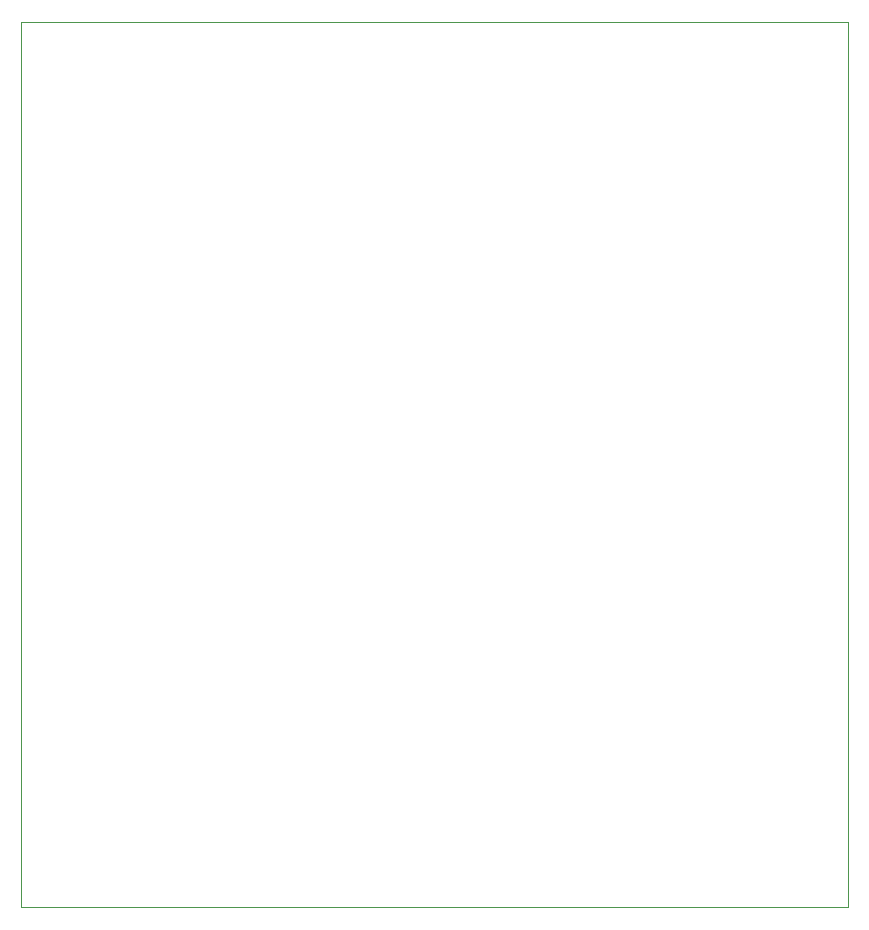
<source format=gbr>
%TF.GenerationSoftware,KiCad,Pcbnew,7.0.9*%
%TF.CreationDate,2024-06-23T11:57:03-04:00*%
%TF.ProjectId,WIRED-Seek-Board-revA1,57495245-442d-4536-9565-6b2d426f6172,Rev A1*%
%TF.SameCoordinates,Original*%
%TF.FileFunction,Profile,NP*%
%FSLAX46Y46*%
G04 Gerber Fmt 4.6, Leading zero omitted, Abs format (unit mm)*
G04 Created by KiCad (PCBNEW 7.0.9) date 2024-06-23 11:57:03*
%MOMM*%
%LPD*%
G01*
G04 APERTURE LIST*
%TA.AperFunction,Profile*%
%ADD10C,0.100000*%
%TD*%
G04 APERTURE END LIST*
D10*
X120886000Y-66964000D02*
X190886000Y-66964000D01*
X190886000Y-141894000D01*
X120886000Y-141894000D01*
X120886000Y-66964000D01*
M02*

</source>
